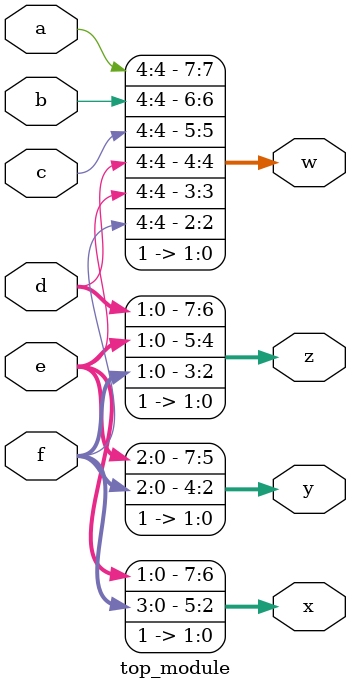
<source format=sv>
module top_module (
	input [4:0] a,
	input [4:0] b,
	input [4:0] c,
	input [4:0] d,
	input [4:0] e,
	input [4:0] f,
	output [7:0] w,
	output [7:0] x,
	output [7:0] y,
	output [7:0] z
);
	
	assign w = {a[4], b[4], c[4], d[4], e[4], f[4], 2'b11};
	assign x = {a[3:0], b[3:0], c[3:0], d[3:0], e[3:0], f[3:0], 2'b11};
	assign y = {a[2:0], b[2:0], c[2:0], d[2:0], e[2:0], f[2:0], 2'b11};
	assign z = {a[1:0], b[1:0], c[1:0], d[1:0], e[1:0], f[1:0], 2'b11};
	
endmodule

</source>
